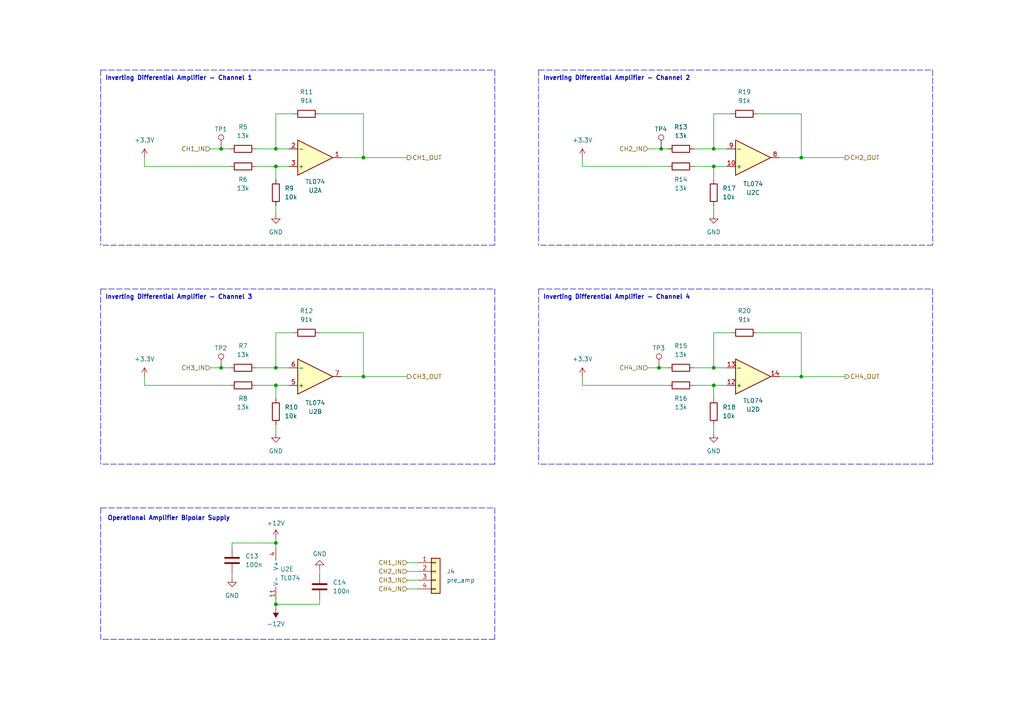
<source format=kicad_sch>
(kicad_sch (version 20231120) (generator "eeschema") (generator_version "8.0")
  (paper "A4")
  (lib_symbols
    (symbol "Amplifier_Operational:TL074" (pin_names (offset 0.127))
      (property "Reference" "U" (at 0 5.08 0))
      (property "Value" "TL074" (at 0 -5.08 0))
      (symbol "TL074_1_1"
        (polyline (pts (xy -5.08 5.08) (xy 5.08 0) (xy -5.08 -5.08) (xy -5.08 5.08)) (stroke (width 0.254)) (fill (type background)))
        (pin output line (at 7.62 0 180) (length 2.54) (name "~") (number "1"))
        (pin input line (at -7.62 -2.54 0) (length 2.54) (name "-") (number "2"))
        (pin input line (at -7.62 2.54 0) (length 2.54) (name "+") (number "3"))
      )
      (symbol "TL074_2_1"
        (polyline (pts (xy -5.08 5.08) (xy 5.08 0) (xy -5.08 -5.08) (xy -5.08 5.08)) (stroke (width 0.254)) (fill (type background)))
        (pin input line (at -7.62 2.54 0) (length 2.54) (name "+") (number "5"))
        (pin input line (at -7.62 -2.54 0) (length 2.54) (name "-") (number "6"))
        (pin output line (at 7.62 0 180) (length 2.54) (name "~") (number "7"))
      )
      (symbol "TL074_3_1"
        (polyline (pts (xy -5.08 5.08) (xy 5.08 0) (xy -5.08 -5.08) (xy -5.08 5.08)) (stroke (width 0.254)) (fill (type background)))
        (pin input line (at -7.62 2.54 0) (length 2.54) (name "+") (number "10"))
        (pin output line (at 7.62 0 180) (length 2.54) (name "~") (number "8"))
        (pin input line (at -7.62 -2.54 0) (length 2.54) (name "-") (number "9"))
      )
      (symbol "TL074_4_1"
        (polyline (pts (xy -5.08 5.08) (xy 5.08 0) (xy -5.08 -5.08) (xy -5.08 5.08)) (stroke (width 0.254)) (fill (type background)))
        (pin input line (at -7.62 2.54 0) (length 2.54) (name "+") (number "12"))
        (pin input line (at -7.62 -2.54 0) (length 2.54) (name "-") (number "13"))
        (pin output line (at 7.62 0 180) (length 2.54) (name "~") (number "14"))
      )
      (symbol "TL074_5_1"
        (pin power_in line (at -2.54 -7.62 90) (length 3.81) (name "V-") (number "11"))
        (pin power_in line (at -2.54 7.62 270) (length 3.81) (name "V+") (number "4"))
      )
    )
    (symbol "Connector:TestPoint" (pin_numbers hide) (pin_names (offset 0.762) hide)
      (property "Reference" "TP" (at 0 6.858 0))
      (property "Value" "TestPoint" (at 0 5.08 0))
      (symbol "TestPoint_0_1"
        (circle (center 0 3.302) (radius 0.762))
      )
      (symbol "TestPoint_1_1"
        (pin passive line (at 0 0 90) (length 2.54) (name "1") (number "1"))
      )
    )
    (symbol "Connector_Generic:Conn_01x04" (pin_names (offset 1.016) hide)
      (property "Reference" "J" (at 0 5.08 0))
      (property "Value" "Conn_01x04" (at 0 -7.62 0))
      (symbol "Conn_01x04_1_1"
        (rectangle (start -1.27 -4.953) (end 0 -5.207) (stroke (width 0.1524)))
        (rectangle (start -1.27 -2.413) (end 0 -2.667) (stroke (width 0.1524)))
        (rectangle (start -1.27 0.127) (end 0 -0.127) (stroke (width 0.1524)))
        (rectangle (start -1.27 2.667) (end 0 2.413) (stroke (width 0.1524)))
        (rectangle (start -1.27 3.81) (end 1.27 -6.35) (stroke (width 0.254)) (fill (type background)))
        (pin passive line (at -5.08 2.54 0) (length 3.81) (name "Pin_1") (number "1"))
        (pin passive line (at -5.08 0 0) (length 3.81) (name "Pin_2") (number "2"))
        (pin passive line (at -5.08 -2.54 0) (length 3.81) (name "Pin_3") (number "3"))
        (pin passive line (at -5.08 -5.08 0) (length 3.81) (name "Pin_4") (number "4"))
      )
    )
    (symbol "Device:C" (pin_numbers hide) (pin_names (offset 0.254))
      (property "Reference" "C" (at 0.635 2.54 0))
      (property "Value" "C" (at 0.635 -2.54 0))
      (symbol "C_0_1"
        (polyline (pts (xy -2.032 -0.762) (xy 2.032 -0.762)) (stroke (width 0.508)))
        (polyline (pts (xy -2.032 0.762) (xy 2.032 0.762)) (stroke (width 0.508)))
      )
      (symbol "C_1_1"
        (pin passive line (at 0 3.81 270) (length 2.794) (name "~") (number "1"))
        (pin passive line (at 0 -3.81 90) (length 2.794) (name "~") (number "2"))
      )
    )
    (symbol "Device:R" (pin_numbers hide) (pin_names (offset 0))
      (property "Reference" "R" (at 2.032 0 90))
      (property "Value" "R" (at 0 0 90))
      (symbol "R_0_1"
        (rectangle (start -1.016 -2.54) (end 1.016 2.54) (stroke (width 0.254)))
      )
      (symbol "R_1_1"
        (pin passive line (at 0 3.81 270) (length 1.27) (name "~") (number "1"))
        (pin passive line (at 0 -3.81 90) (length 1.27) (name "~") (number "2"))
      )
    )
    (symbol "power:+12V" (power) (pin_names (offset 0))
      (property "Value" "+12V" (at 0 3.556 0))
      (symbol "+12V_0_1"
        (polyline (pts (xy -0.762 1.27) (xy 0 2.54)))
        (polyline (pts (xy 0 0) (xy 0 2.54)))
        (polyline (pts (xy 0 2.54) (xy 0.762 1.27)))
      )
      (symbol "+12V_1_1"
        (pin power_in line (at 0 0 90) (length 0) hide (name "+12V") (number "1"))
      )
    )
    (symbol "power:+3.3V" (power) (pin_names (offset 0))
      (property "Value" "+3.3V" (at 0 3.556 0))
      (symbol "+3.3V_0_1"
        (polyline (pts (xy -0.762 1.27) (xy 0 2.54)))
        (polyline (pts (xy 0 0) (xy 0 2.54)))
        (polyline (pts (xy 0 2.54) (xy 0.762 1.27)))
      )
      (symbol "+3.3V_1_1"
        (pin power_in line (at 0 0 90) (length 0) hide (name "+3.3V") (number "1"))
      )
    )
    (symbol "power:-12V" (power) (pin_names (offset 0))
      (property "Value" "-12V" (at 0 3.81 0))
      (symbol "-12V_0_0"
        (pin power_in line (at 0 0 90) (length 0) hide (name "-12V") (number "1"))
      )
      (symbol "-12V_0_1"
        (polyline (pts (xy 0 0) (xy 0 1.27) (xy 0.762 1.27) (xy 0 2.54) (xy -0.762 1.27) (xy 0 1.27)) (fill (type outline)))
      )
    )
    (symbol "power:GND" (power) (pin_names (offset 0))
      (property "Value" "GND" (at 0 -3.81 0))
      (symbol "GND_0_1"
        (polyline (pts (xy 0 0) (xy 0 -1.27) (xy 1.27 -1.27) (xy 0 -2.54) (xy -1.27 -1.27) (xy 0 -1.27)))
      )
      (symbol "GND_1_1"
        (pin power_in line (at 0 0 270) (length 0) hide (name "GND") (number "1"))
      )
    )
  )
  (junction (at 80.01 48.26))
  (junction (at 105.41 109.22))
  (junction (at 64.135 43.18))
  (junction (at 191.77 43.18))
  (junction (at 232.41 45.72))
  (junction (at 105.41 45.72))
  (junction (at 64.135 106.68))
  (junction (at 232.41 109.22))
  (junction (at 80.01 106.68))
  (junction (at 207.01 111.76))
  (junction (at 207.01 48.26))
  (junction (at 80.01 43.18))
  (junction (at 207.01 106.68))
  (junction (at 207.01 43.18))
  (junction (at 80.01 157.48))
  (junction (at 80.01 111.76))
  (junction (at 80.01 175.26))
  (junction (at 191.135 106.68))
  (wire (pts (xy 191.135 106.68) (xy 193.675 106.68)))
  (wire (pts (xy 207.01 111.76) (xy 210.82 111.76)))
  (wire (pts (xy 207.01 33.02) (xy 212.09 33.02)))
  (polyline (pts (xy 29.21 147.32) (xy 143.51 147.32)) (stroke (width 0) (type dash)))
  (wire (pts (xy 80.01 173.99) (xy 80.01 175.26)))
  (wire (pts (xy 74.295 111.76) (xy 80.01 111.76)))
  (wire (pts (xy 105.41 45.72) (xy 118.11 45.72)))
  (wire (pts (xy 118.11 163.195) (xy 121.285 163.195)))
  (wire (pts (xy 191.77 43.18) (xy 193.675 43.18)))
  (wire (pts (xy 232.41 45.72) (xy 245.11 45.72)))
  (wire (pts (xy 92.71 165.1) (xy 92.71 166.37)))
  (wire (pts (xy 60.96 106.68) (xy 64.135 106.68)))
  (wire (pts (xy 80.01 175.26) (xy 92.71 175.26)))
  (wire (pts (xy 74.295 106.68) (xy 80.01 106.68)))
  (wire (pts (xy 207.01 43.18) (xy 207.01 33.02)))
  (wire (pts (xy 207.01 123.19) (xy 207.01 125.73)))
  (polyline (pts (xy 143.51 71.12) (xy 29.21 71.12)) (stroke (width 0) (type dash)))
  (polyline (pts (xy 270.51 71.12) (xy 156.21 71.12)) (stroke (width 0) (type dash)))
  (wire (pts (xy 80.01 48.26) (xy 83.82 48.26)))
  (wire (pts (xy 80.01 106.68) (xy 80.01 96.52)))
  (wire (pts (xy 232.41 109.22) (xy 245.11 109.22)))
  (wire (pts (xy 41.91 45.72) (xy 41.91 48.26)))
  (wire (pts (xy 118.11 168.275) (xy 121.285 168.275)))
  (wire (pts (xy 207.01 48.26) (xy 207.01 52.07)))
  (polyline (pts (xy 143.51 134.62) (xy 29.21 134.62)) (stroke (width 0) (type dash)))
  (wire (pts (xy 168.91 45.72) (xy 168.91 48.26)))
  (polyline (pts (xy 29.21 20.32) (xy 143.51 20.32)) (stroke (width 0) (type dash)))
  (wire (pts (xy 80.01 96.52) (xy 85.09 96.52)))
  (wire (pts (xy 80.01 43.18) (xy 83.82 43.18)))
  (wire (pts (xy 80.01 43.18) (xy 80.01 33.02)))
  (wire (pts (xy 80.01 33.02) (xy 85.09 33.02)))
  (polyline (pts (xy 143.51 20.32) (xy 143.51 71.12)) (stroke (width 0) (type dash)))
  (polyline (pts (xy 143.51 185.42) (xy 29.21 185.42)) (stroke (width 0) (type dash)))
  (polyline (pts (xy 270.51 20.32) (xy 270.51 71.12)) (stroke (width 0) (type dash)))
  (wire (pts (xy 80.01 106.68) (xy 83.82 106.68)))
  (wire (pts (xy 64.135 106.68) (xy 66.675 106.68)))
  (wire (pts (xy 207.01 48.26) (xy 210.82 48.26)))
  (wire (pts (xy 99.06 45.72) (xy 105.41 45.72)))
  (wire (pts (xy 168.91 111.76) (xy 193.675 111.76)))
  (polyline (pts (xy 270.51 83.82) (xy 270.51 134.62)) (stroke (width 0) (type dash)))
  (wire (pts (xy 105.41 109.22) (xy 118.11 109.22)))
  (polyline (pts (xy 156.21 20.32) (xy 270.51 20.32)) (stroke (width 0) (type dash)))
  (polyline (pts (xy 156.21 83.82) (xy 156.21 134.62)) (stroke (width 0) (type dash)))
  (wire (pts (xy 80.01 59.69) (xy 80.01 62.23)))
  (wire (pts (xy 232.41 33.02) (xy 232.41 45.72)))
  (wire (pts (xy 80.01 157.48) (xy 67.31 157.48)))
  (wire (pts (xy 64.135 43.18) (xy 66.675 43.18)))
  (wire (pts (xy 80.01 156.21) (xy 80.01 157.48)))
  (wire (pts (xy 226.06 109.22) (xy 232.41 109.22)))
  (wire (pts (xy 207.01 106.68) (xy 207.01 96.52)))
  (wire (pts (xy 232.41 96.52) (xy 232.41 109.22)))
  (wire (pts (xy 201.295 111.76) (xy 207.01 111.76)))
  (wire (pts (xy 60.96 43.18) (xy 64.135 43.18)))
  (wire (pts (xy 80.01 175.26) (xy 80.01 176.53)))
  (wire (pts (xy 99.06 109.22) (xy 105.41 109.22)))
  (wire (pts (xy 74.295 43.18) (xy 80.01 43.18)))
  (wire (pts (xy 41.91 111.76) (xy 66.675 111.76)))
  (wire (pts (xy 80.01 48.26) (xy 80.01 52.07)))
  (polyline (pts (xy 156.21 20.32) (xy 156.21 71.12)) (stroke (width 0) (type dash)))
  (wire (pts (xy 92.71 33.02) (xy 105.41 33.02)))
  (wire (pts (xy 67.31 157.48) (xy 67.31 158.75)))
  (wire (pts (xy 74.295 48.26) (xy 80.01 48.26)))
  (polyline (pts (xy 29.21 83.82) (xy 29.21 134.62)) (stroke (width 0) (type dash)))
  (polyline (pts (xy 143.51 83.82) (xy 143.51 134.62)) (stroke (width 0) (type dash)))
  (polyline (pts (xy 143.51 147.32) (xy 143.51 185.42)) (stroke (width 0) (type dash)))
  (wire (pts (xy 168.91 109.22) (xy 168.91 111.76)))
  (wire (pts (xy 168.91 48.26) (xy 193.675 48.26)))
  (wire (pts (xy 226.06 45.72) (xy 232.41 45.72)))
  (wire (pts (xy 201.295 48.26) (xy 207.01 48.26)))
  (wire (pts (xy 80.01 123.19) (xy 80.01 125.73)))
  (polyline (pts (xy 29.21 83.82) (xy 143.51 83.82)) (stroke (width 0) (type dash)))
  (wire (pts (xy 207.01 96.52) (xy 212.09 96.52)))
  (polyline (pts (xy 156.21 83.82) (xy 270.51 83.82)) (stroke (width 0) (type dash)))
  (wire (pts (xy 105.41 33.02) (xy 105.41 45.72)))
  (wire (pts (xy 219.71 96.52) (xy 232.41 96.52)))
  (wire (pts (xy 207.01 111.76) (xy 207.01 115.57)))
  (wire (pts (xy 92.71 173.99) (xy 92.71 175.26)))
  (wire (pts (xy 187.96 43.18) (xy 191.77 43.18)))
  (wire (pts (xy 41.91 48.26) (xy 66.675 48.26)))
  (wire (pts (xy 80.01 111.76) (xy 83.82 111.76)))
  (wire (pts (xy 118.11 170.815) (xy 121.285 170.815)))
  (wire (pts (xy 207.01 106.68) (xy 210.82 106.68)))
  (polyline (pts (xy 29.21 20.32) (xy 29.21 71.12)) (stroke (width 0) (type dash)))
  (wire (pts (xy 201.295 43.18) (xy 207.01 43.18)))
  (wire (pts (xy 105.41 96.52) (xy 105.41 109.22)))
  (wire (pts (xy 187.96 106.68) (xy 191.135 106.68)))
  (wire (pts (xy 219.71 33.02) (xy 232.41 33.02)))
  (wire (pts (xy 80.01 111.76) (xy 80.01 115.57)))
  (polyline (pts (xy 270.51 134.62) (xy 156.21 134.62)) (stroke (width 0) (type dash)))
  (wire (pts (xy 201.295 106.68) (xy 207.01 106.68)))
  (wire (pts (xy 207.01 43.18) (xy 210.82 43.18)))
  (wire (pts (xy 41.91 109.22) (xy 41.91 111.76)))
  (wire (pts (xy 67.31 166.37) (xy 67.31 167.64)))
  (wire (pts (xy 118.11 165.735) (xy 121.285 165.735)))
  (wire (pts (xy 207.01 59.69) (xy 207.01 62.23)))
  (wire (pts (xy 80.01 157.48) (xy 80.01 158.75)))
  (polyline (pts (xy 29.21 147.32) (xy 29.21 185.42)) (stroke (width 0) (type dash)))
  (wire (pts (xy 92.71 96.52) (xy 105.41 96.52)))
  (text "Inverting Differential Amplifier - Channel 4" (at 157.48 86.995 0) (effects (font (size 1.27 1.27) (bold yes)) (justify left bottom)))
  (text "Inverting Differential Amplifier - Channel 2" (at 157.48 23.495 0) (effects (font (size 1.27 1.27) (bold yes)) (justify left bottom)))
  (text "Operational Amplifier Bipolar Supply" (at 31.115 151.13 0) (effects (font (size 1.27 1.27) (bold yes)) (justify left bottom)))
  (text "Inverting Differential Amplifier - Channel 3" (at 30.48 86.995 0) (effects (font (size 1.27 1.27) (bold yes)) (justify left bottom)))
  (text "Inverting Differential Amplifier - Channel 1" (at 30.48 23.495 0) (effects (font (size 1.27 1.27) (bold yes)) (justify left bottom)))
  (hierarchical_label "CH2_OUT" (shape output) (at 245.11 45.72 0))
  (hierarchical_label "CH1_IN" (shape input) (at 60.96 43.18 180))
  (hierarchical_label "CH4_IN" (shape input) (at 187.96 106.68 180))
  (hierarchical_label "CH1_IN" (shape input) (at 118.11 163.195 180))
  (hierarchical_label "CH3_OUT" (shape output) (at 118.11 109.22 0))
  (hierarchical_label "CH3_IN" (shape input) (at 118.11 168.275 180))
  (hierarchical_label "CH3_IN" (shape input) (at 60.96 106.68 180))
  (hierarchical_label "CH2_IN" (shape input) (at 118.11 165.735 180))
  (hierarchical_label "CH1_OUT" (shape output) (at 118.11 45.72 0))
  (hierarchical_label "CH4_OUT" (shape output) (at 245.11 109.22 0))
  (hierarchical_label "CH4_IN" (shape input) (at 118.11 170.815 180))
  (hierarchical_label "CH2_IN" (shape input) (at 187.96 43.18 180))
  (symbol (lib_id "Device:R") (at 207.01 55.88 180) (unit 1)
    (property "Reference" "R17" (at 209.55 54.61 0) (effects (justify right)))
    (property "Value" "10k" (at 209.55 57.15 0) (effects (justify right)))
    (property "Footprint" "Resistor_SMD:R_0805_2012Metric" (effects (hide yes)))
    (instances (project "function_gen" (path "" (reference "R17") (unit 1))) (project "ENEL300Group16" (path "" (reference "R66") (unit 1)) (path "" (reference "R45") (unit 1))) (project "function_generator" (path "" (reference "R20") (unit 1))))
  )
  (symbol (lib_id "Amplifier_Operational:TL074") (at 91.44 45.72 0) (mirror x) (unit 1)
    (property "Reference" "U2" (at 91.44 55.245 0))
    (property "Value" "TL074" (at 91.44 52.705 0))
    (property "Footprint" "Package_SO:SOIC-14_3.9x8.7mm_P1.27mm" (effects (hide yes)))
    (property "Datasheet" "http://www.ti.com/lit/ds/symlink/tl071.pdf" (effects (hide yes)))
    (instances (project "function_gen" (path "" (reference "U2") (unit 1))) (project "ENEL300Group16" (path "" (reference "U5") (unit 1)) (path "" (reference "U8") (unit 1))) (project "function_generator" (path "" (reference "U3") (unit 1))))
  )
  (symbol (lib_id "Device:R") (at 88.9 96.52 90) (unit 1)
    (property "Reference" "R12" (at 88.9 90.17 90))
    (property "Value" "91k" (at 88.9 92.71 90))
    (property "Footprint" "Resistor_SMD:R_0805_2012Metric" (effects (hide yes)))
    (instances (project "function_gen" (path "" (reference "R12") (unit 1))) (project "ENEL300Group16" (path "" (reference "R67") (unit 1)) (path "" (reference "R40") (unit 1))) (project "function_generator" (path "" (reference "R15") (unit 1))))
  )
  (symbol (lib_id "Device:R") (at 207.01 119.38 180) (unit 1)
    (property "Reference" "R18" (at 209.55 118.11 0) (effects (justify right)))
    (property "Value" "10k" (at 209.55 120.65 0) (effects (justify right)))
    (property "Footprint" "Resistor_SMD:R_0805_2012Metric" (effects (hide yes)))
    (instances (project "function_gen" (path "" (reference "R18") (unit 1))) (project "ENEL300Group16" (path "" (reference "R74") (unit 1)) (path "" (reference "R46") (unit 1))) (project "function_generator" (path "" (reference "R21") (unit 1))))
  )
  (symbol (lib_id "Device:R") (at 197.485 106.68 90) (unit 1)
    (property "Reference" "R15" (at 197.485 100.33 90))
    (property "Value" "13k" (at 197.485 102.87 90))
    (property "Footprint" "Resistor_SMD:R_0805_2012Metric" (effects (hide yes)))
    (instances (project "function_gen" (path "" (reference "R15") (unit 1))) (project "ENEL300Group16" (path "" (reference "R70") (unit 1)) (path "" (reference "R43") (unit 1))) (project "function_generator" (path "" (reference "R18") (unit 1))))
  )
  (symbol (lib_id "Device:R") (at 197.485 48.26 90) (unit 1)
    (property "Reference" "R14" (at 197.485 52.07 90))
    (property "Value" "13k" (at 197.485 54.61 90))
    (property "Footprint" "Resistor_SMD:R_0805_2012Metric" (effects (hide yes)))
    (instances (project "function_gen" (path "" (reference "R14") (unit 1))) (project "ENEL300Group16" (path "" (reference "R64") (unit 1)) (path "" (reference "R42") (unit 1))) (project "function_generator" (path "" (reference "R17") (unit 1))))
  )
  (symbol (lib_id "power:GND") (at 207.01 62.23 0) (unit 1)
    (property "Reference" "#PWR032" (effects (hide yes)))
    (property "Value" "GND" (at 207.01 67.31 0))
    (instances (project "function_gen" (path "" (reference "#PWR032") (unit 1))) (project "ENEL300Group16" (path "" (reference "#PWR0122") (unit 1)) (path "" (reference "#PWR0196") (unit 1))) (project "function_generator" (path "" (reference "#PWR061") (unit 1))))
  )
  (symbol (lib_id "Amplifier_Operational:TL074") (at 91.44 109.22 0) (mirror x) (unit 2)
    (property "Reference" "U2" (at 91.44 119.38 0))
    (property "Value" "TL074" (at 91.44 116.84 0))
    (property "Footprint" "Package_SO:SOIC-14_3.9x8.7mm_P1.27mm" (effects (hide yes)))
    (property "Datasheet" "http://www.ti.com/lit/ds/symlink/tl071.pdf" (effects (hide yes)))
    (instances (project "function_gen" (path "" (reference "U2") (unit 2))) (project "ENEL300Group16" (path "" (reference "U5") (unit 2)) (path "" (reference "U8") (unit 2))) (project "function_generator" (path "" (reference "U3") (unit 2))))
  )
  (symbol (lib_id "Device:R") (at 215.9 33.02 90) (unit 1)
    (property "Reference" "R19" (at 215.9 26.67 90))
    (property "Value" "91k" (at 215.9 29.21 90))
    (property "Footprint" "Resistor_SMD:R_0805_2012Metric" (effects (hide yes)))
    (instances (project "function_gen" (path "" (reference "R19") (unit 1))) (project "ENEL300Group16" (path "" (reference "R60") (unit 1)) (path "" (reference "R47") (unit 1))) (project "function_generator" (path "" (reference "R22") (unit 1))))
  )
  (symbol (lib_id "power:+3.3V") (at 168.91 109.22 0) (unit 1)
    (property "Reference" "#PWR031" (effects (hide yes)))
    (property "Value" "+3.3V" (at 168.91 104.14 0))
    (instances (project "function_gen" (path "" (reference "#PWR031") (unit 1))) (project "ENEL300Group16" (path "" (reference "#PWR0124") (unit 1)) (path "" (reference "#PWR0195") (unit 1))) (project "function_generator" (path "" (reference "#PWR060") (unit 1))))
  )
  (symbol (lib_id "power:-12V") (at 80.01 176.53 180) (unit 1)
    (property "Reference" "#PWR028" (effects (hide yes)))
    (property "Value" "-12V" (at 80.01 180.975 0))
    (instances (project "function_gen" (path "" (reference "#PWR028") (unit 1))) (project "ENEL300Group16" (path "" (reference "#PWR0130") (unit 1)) (path "" (reference "#PWR0192") (unit 1))) (project "function_generator" (path "" (reference "#PWR057") (unit 1))))
  )
  (symbol (lib_id "Device:R") (at 70.485 43.18 90) (unit 1)
    (property "Reference" "R5" (at 70.485 36.83 90))
    (property "Value" "13k" (at 70.485 39.37 90))
    (property "Footprint" "Resistor_SMD:R_0805_2012Metric" (effects (hide yes)))
    (instances (project "function_gen" (path "" (reference "R5") (unit 1))) (project "ENEL300Group16" (path "" (reference "R61") (unit 1)) (path "" (reference "R33") (unit 1))) (project "function_generator" (path "" (reference "R8") (unit 1))))
  )
  (symbol (lib_id "power:GND") (at 207.01 125.73 0) (unit 1)
    (property "Reference" "#PWR033" (effects (hide yes)))
    (property "Value" "GND" (at 207.01 130.81 0))
    (instances (project "function_gen" (path "" (reference "#PWR033") (unit 1))) (project "ENEL300Group16" (path "" (reference "#PWR0126") (unit 1)) (path "" (reference "#PWR0197") (unit 1))) (project "function_generator" (path "" (reference "#PWR062") (unit 1))))
  )
  (symbol (lib_id "Device:R") (at 70.485 48.26 90) (unit 1)
    (property "Reference" "R6" (at 70.485 52.07 90))
    (property "Value" "13k" (at 70.485 54.61 90))
    (property "Footprint" "Resistor_SMD:R_0805_2012Metric" (effects (hide yes)))
    (instances (project "function_gen" (path "" (reference "R6") (unit 1))) (project "ENEL300Group16" (path "" (reference "R63") (unit 1)) (path "" (reference "R34") (unit 1))) (project "function_generator" (path "" (reference "R9") (unit 1))))
  )
  (symbol (lib_id "Device:R") (at 197.485 111.76 90) (unit 1)
    (property "Reference" "R16" (at 197.485 115.57 90))
    (property "Value" "13k" (at 197.485 118.11 90))
    (property "Footprint" "Resistor_SMD:R_0805_2012Metric" (effects (hide yes)))
    (instances (project "function_gen" (path "" (reference "R16") (unit 1))) (project "ENEL300Group16" (path "" (reference "R72") (unit 1)) (path "" (reference "R44") (unit 1))) (project "function_generator" (path "" (reference "R19") (unit 1))))
  )
  (symbol (lib_id "Amplifier_Operational:TL074") (at 218.44 109.22 0) (mirror x) (unit 4)
    (property "Reference" "U2" (at 218.44 118.745 0))
    (property "Value" "TL074" (at 218.44 116.205 0))
    (property "Footprint" "Package_SO:SOIC-14_3.9x8.7mm_P1.27mm" (effects (hide yes)))
    (property "Datasheet" "http://www.ti.com/lit/ds/symlink/tl071.pdf" (effects (hide yes)))
    (instances (project "function_gen" (path "" (reference "U2") (unit 4))) (project "ENEL300Group16" (path "" (reference "U5") (unit 4)) (path "" (reference "U8") (unit 4))) (project "function_generator" (path "" (reference "U3") (unit 4))))
  )
  (symbol (lib_id "Device:C") (at 92.71 170.18 0) (unit 1)
    (property "Reference" "C14" (at 96.52 168.91 0) (effects (justify left)))
    (property "Value" "100n" (at 96.52 171.45 0) (effects (justify left)))
    (property "Footprint" "Capacitor_SMD:C_0805_2012Metric" (effects (hide yes)))
    (instances (project "function_gen" (path "" (reference "C14") (unit 1))) (project "ENEL300Group16" (path "" (reference "C26") (unit 1)) (path "" (reference "C42") (unit 1))) (project "function_generator" (path "" (reference "C15") (unit 1))))
  )
  (symbol (lib_id "power:GND") (at 92.71 165.1 180) (unit 1)
    (property "Reference" "#PWR029" (effects (hide yes)))
    (property "Value" "GND" (at 92.71 160.655 0))
    (instances (project "function_gen" (path "" (reference "#PWR029") (unit 1))) (project "ENEL300Group16" (path "" (reference "#PWR0128") (unit 1)) (path "" (reference "#PWR0193") (unit 1))) (project "function_generator" (path "" (reference "#PWR058") (unit 1))))
  )
  (symbol (lib_id "power:+3.3V") (at 41.91 45.72 0) (unit 1)
    (property "Reference" "#PWR022" (effects (hide yes)))
    (property "Value" "+3.3V" (at 41.91 40.64 0))
    (instances (project "function_gen" (path "" (reference "#PWR022") (unit 1))) (project "ENEL300Group16" (path "" (reference "#PWR0119") (unit 1)) (path "" (reference "#PWR0186") (unit 1))) (project "function_generator" (path "" (reference "#PWR051") (unit 1))))
  )
  (symbol (lib_id "Connector:TestPoint") (at 191.77 43.18 0) (unit 1)
    (property "Reference" "TP4" (at 189.865 37.465 0) (effects (justify left)))
    (property "Value" "TestPoint" (effects (hide yes)))
    (property "Footprint" "TestPoint:TestPoint_Pad_D1.5mm" (effects (hide yes)))
    (instances (project "function_gen" (path "" (reference "TP4") (unit 1))) (project "ENEL300Group16" (path "" (reference "TP5") (unit 1)) (path "" (reference "TP14") (unit 1))))
  )
  (symbol (lib_id "Amplifier_Operational:TL074") (at 82.55 166.37 0) (unit 5)
    (property "Reference" "U2" (at 81.28 165.1 0) (effects (justify left)))
    (property "Value" "TL074" (at 81.28 167.64 0) (effects (justify left)))
    (property "Footprint" "Package_SO:SOIC-14_3.9x8.7mm_P1.27mm" (effects (hide yes)))
    (property "Datasheet" "http://www.ti.com/lit/ds/symlink/tl071.pdf" (effects (hide yes)))
    (instances (project "function_gen" (path "" (reference "U2") (unit 5))) (project "ENEL300Group16" (path "" (reference "U5") (unit 5)) (path "" (reference "U8") (unit 5))) (project "function_generator" (path "" (reference "U3") (unit 5))))
  )
  (symbol (lib_id "Device:R") (at 197.485 43.18 90) (unit 1)
    (property "Reference" "R13" (at 197.485 36.83 90))
    (property "Value" "13k" (at 197.485 39.37 90))
    (property "Footprint" "Resistor_SMD:R_0805_2012Metric" (effects (hide yes)))
    (instances (project "function_gen" (path "" (reference "R13") (unit 1))) (project "ENEL300Group16" (path "" (reference "R62") (unit 1)) (path "" (reference "R41") (unit 1))) (project "function_generator" (path "" (reference "R16") (unit 1))))
  )
  (symbol (lib_id "Connector:TestPoint") (at 64.135 43.18 0) (unit 1)
    (property "Reference" "TP1" (at 62.23 37.465 0) (effects (justify left)))
    (property "Value" "TestPoint" (effects (hide yes)))
    (property "Footprint" "TestPoint:TestPoint_Pad_D1.5mm" (effects (hide yes)))
    (instances (project "function_gen" (path "" (reference "TP1") (unit 1))) (project "ENEL300Group16" (path "" (reference "TP4") (unit 1)) (path "" (reference "TP11") (unit 1))))
  )
  (symbol (lib_id "power:GND") (at 80.01 62.23 0) (unit 1)
    (property "Reference" "#PWR025" (effects (hide yes)))
    (property "Value" "GND" (at 80.01 67.31 0))
    (instances (project "function_gen" (path "" (reference "#PWR025") (unit 1))) (project "ENEL300Group16" (path "" (reference "#PWR0121") (unit 1)) (path "" (reference "#PWR0189") (unit 1))) (project "function_generator" (path "" (reference "#PWR054") (unit 1))))
  )
  (symbol (lib_id "Device:R") (at 70.485 106.68 90) (unit 1)
    (property "Reference" "R7" (at 70.485 100.33 90))
    (property "Value" "13k" (at 70.485 102.87 90))
    (property "Footprint" "Resistor_SMD:R_0805_2012Metric" (effects (hide yes)))
    (instances (project "function_gen" (path "" (reference "R7") (unit 1))) (project "ENEL300Group16" (path "" (reference "R69") (unit 1)) (path "" (reference "R35") (unit 1))) (project "function_generator" (path "" (reference "R10") (unit 1))))
  )
  (symbol (lib_id "power:+3.3V") (at 168.91 45.72 0) (unit 1)
    (property "Reference" "#PWR030" (effects (hide yes)))
    (property "Value" "+3.3V" (at 168.91 40.64 0))
    (instances (project "function_gen" (path "" (reference "#PWR030") (unit 1))) (project "ENEL300Group16" (path "" (reference "#PWR0120") (unit 1)) (path "" (reference "#PWR0194") (unit 1))) (project "function_generator" (path "" (reference "#PWR059") (unit 1))))
  )
  (symbol (lib_id "Connector_Generic:Conn_01x04") (at 126.365 165.735 0) (unit 1)
    (property "Reference" "J4" (at 129.54 165.735 0) (effects (justify left)))
    (property "Value" "pre_amp" (at 129.54 168.275 0) (effects (justify left)))
  )
  (symbol (lib_id "Device:R") (at 80.01 55.88 180) (unit 1)
    (property "Reference" "R9" (at 82.55 54.61 0) (effects (justify right)))
    (property "Value" "10k" (at 82.55 57.15 0) (effects (justify right)))
    (property "Footprint" "Resistor_SMD:R_0805_2012Metric" (effects (hide yes)))
    (instances (project "function_gen" (path "" (reference "R9") (unit 1))) (project "ENEL300Group16" (path "" (reference "R65") (unit 1)) (path "" (reference "R37") (unit 1))) (project "function_generator" (path "" (reference "R12") (unit 1))))
  )
  (symbol (lib_id "Amplifier_Operational:TL074") (at 218.44 45.72 0) (mirror x) (unit 3)
    (property "Reference" "U2" (at 218.44 55.88 0))
    (property "Value" "TL074" (at 218.44 53.34 0))
    (property "Footprint" "Package_SO:SOIC-14_3.9x8.7mm_P1.27mm" (effects (hide yes)))
    (property "Datasheet" "http://www.ti.com/lit/ds/symlink/tl071.pdf" (effects (hide yes)))
    (instances (project "function_gen" (path "" (reference "U2") (unit 3))) (project "ENEL300Group16" (path "" (reference "U5") (unit 3)) (path "" (reference "U8") (unit 3))) (project "function_generator" (path "" (reference "U3") (unit 3))))
  )
  (symbol (lib_id "Device:R") (at 70.485 111.76 90) (unit 1)
    (property "Reference" "R8" (at 70.485 115.57 90))
    (property "Value" "13k" (at 70.485 118.11 90))
    (property "Footprint" "Resistor_SMD:R_0805_2012Metric" (effects (hide yes)))
    (instances (project "function_gen" (path "" (reference "R8") (unit 1))) (project "ENEL300Group16" (path "" (reference "R71") (unit 1)) (path "" (reference "R36") (unit 1))) (project "function_generator" (path "" (reference "R11") (unit 1))))
  )
  (symbol (lib_id "power:GND") (at 80.01 125.73 0) (unit 1)
    (property "Reference" "#PWR026" (effects (hide yes)))
    (property "Value" "GND" (at 80.01 130.81 0))
    (instances (project "function_gen" (path "" (reference "#PWR026") (unit 1))) (project "ENEL300Group16" (path "" (reference "#PWR0125") (unit 1)) (path "" (reference "#PWR0190") (unit 1))) (project "function_generator" (path "" (reference "#PWR055") (unit 1))))
  )
  (symbol (lib_id "Device:R") (at 215.9 96.52 90) (unit 1)
    (property "Reference" "R20" (at 215.9 90.17 90))
    (property "Value" "91k" (at 215.9 92.71 90))
    (property "Footprint" "Resistor_SMD:R_0805_2012Metric" (effects (hide yes)))
    (instances (project "function_gen" (path "" (reference "R20") (unit 1))) (project "ENEL300Group16" (path "" (reference "R68") (unit 1)) (path "" (reference "R76") (unit 1))) (project "function_generator" (path "" (reference "R23") (unit 1))))
  )
  (symbol (lib_id "Connector:TestPoint") (at 191.135 106.68 0) (unit 1)
    (property "Reference" "TP3" (at 189.23 100.965 0) (effects (justify left)))
    (property "Value" "TestPoint" (effects (hide yes)))
    (property "Footprint" "TestPoint:TestPoint_Pad_D1.5mm" (effects (hide yes)))
    (instances (project "function_gen" (path "" (reference "TP3") (unit 1))) (project "ENEL300Group16" (path "" (reference "TP7") (unit 1)) (path "" (reference "TP13") (unit 1))))
  )
  (symbol (lib_id "Device:R") (at 88.9 33.02 90) (unit 1)
    (property "Reference" "R11" (at 88.9 26.67 90))
    (property "Value" "91k" (at 88.9 29.21 90))
    (property "Footprint" "Resistor_SMD:R_0805_2012Metric" (effects (hide yes)))
    (instances (project "function_gen" (path "" (reference "R11") (unit 1))) (project "ENEL300Group16" (path "" (reference "R59") (unit 1)) (path "" (reference "R39") (unit 1))) (project "function_generator" (path "" (reference "R14") (unit 1))))
  )
  (symbol (lib_id "power:+12V") (at 80.01 156.21 0) (unit 1)
    (property "Reference" "#PWR027" (effects (hide yes)))
    (property "Value" "+12V" (at 80.01 151.765 0))
    (instances (project "function_gen" (path "" (reference "#PWR027") (unit 1))) (project "ENEL300Group16" (path "" (reference "#PWR0127") (unit 1)) (path "" (reference "#PWR0191") (unit 1))) (project "function_generator" (path "" (reference "#PWR056") (unit 1))))
  )
  (symbol (lib_id "Device:R") (at 80.01 119.38 180) (unit 1)
    (property "Reference" "R10" (at 82.55 118.11 0) (effects (justify right)))
    (property "Value" "10k" (at 82.55 120.65 0) (effects (justify right)))
    (property "Footprint" "Resistor_SMD:R_0805_2012Metric" (effects (hide yes)))
    (instances (project "function_gen" (path "" (reference "R10") (unit 1))) (project "ENEL300Group16" (path "" (reference "R73") (unit 1)) (path "" (reference "R38") (unit 1))) (project "function_generator" (path "" (reference "R13") (unit 1))))
  )
  (symbol (lib_id "Device:C") (at 67.31 162.56 0) (unit 1)
    (property "Reference" "C13" (at 71.12 161.29 0) (effects (justify left)))
    (property "Value" "100n" (at 71.12 163.83 0) (effects (justify left)))
    (property "Footprint" "Capacitor_SMD:C_0805_2012Metric" (effects (hide yes)))
    (instances (project "function_gen" (path "" (reference "C13") (unit 1))) (project "ENEL300Group16" (path "" (reference "C25") (unit 1)) (path "" (reference "C41") (unit 1))) (project "function_generator" (path "" (reference "C14") (unit 1))))
  )
  (symbol (lib_id "power:GND") (at 67.31 167.64 0) (unit 1)
    (property "Reference" "#PWR024" (effects (hide yes)))
    (property "Value" "GND" (at 67.31 172.72 0))
    (instances (project "function_gen" (path "" (reference "#PWR024") (unit 1))) (project "ENEL300Group16" (path "" (reference "#PWR0129") (unit 1)) (path "" (reference "#PWR0188") (unit 1))) (project "function_generator" (path "" (reference "#PWR053") (unit 1))))
  )
  (symbol (lib_id "Connector:TestPoint") (at 64.135 106.68 0) (unit 1)
    (property "Reference" "TP2" (at 62.23 100.965 0) (effects (justify left)))
    (property "Value" "TestPoint" (effects (hide yes)))
    (property "Footprint" "TestPoint:TestPoint_Pad_D1.5mm" (effects (hide yes)))
    (instances (project "function_gen" (path "" (reference "TP2") (unit 1))) (project "ENEL300Group16" (path "" (reference "TP6") (unit 1)) (path "" (reference "TP12") (unit 1))))
  )
  (symbol (lib_id "power:+3.3V") (at 41.91 109.22 0) (unit 1)
    (property "Reference" "#PWR023" (effects (hide yes)))
    (property "Value" "+3.3V" (at 41.91 104.14 0))
    (instances (project "function_gen" (path "" (reference "#PWR023") (unit 1))) (project "ENEL300Group16" (path "" (reference "#PWR0123") (unit 1)) (path "" (reference "#PWR0187") (unit 1))) (project "function_generator" (path "" (reference "#PWR052") (unit 1))))
  )
)
</source>
